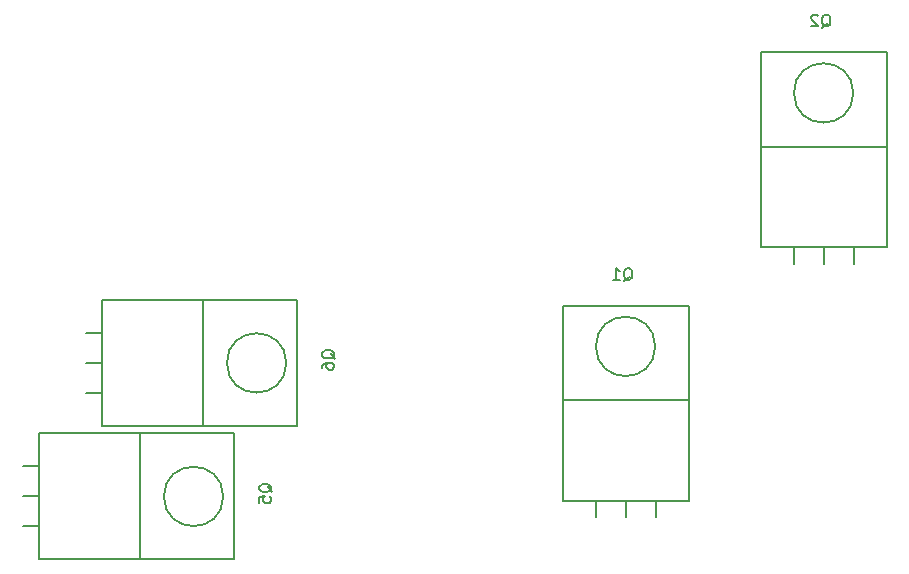
<source format=gbo>
G04 #@! TF.FileFunction,Legend,Bot*
%FSLAX46Y46*%
G04 Gerber Fmt 4.6, Leading zero omitted, Abs format (unit mm)*
G04 Created by KiCad (PCBNEW 4.0.1-stable) date 9/22/2016 9:46:07 AM*
%MOMM*%
G01*
G04 APERTURE LIST*
%ADD10C,0.150000*%
G04 APERTURE END LIST*
D10*
X40386000Y-75184000D02*
X38989000Y-75184000D01*
X40386000Y-72644000D02*
X38989000Y-72644000D01*
X40386000Y-70104000D02*
X38989000Y-70104000D01*
X55981472Y-72644000D02*
G75*
G03X55981472Y-72644000I-2514472J0D01*
G01*
X48895000Y-67310000D02*
X56896000Y-67310000D01*
X56896000Y-67310000D02*
X56896000Y-77978000D01*
X56896000Y-77978000D02*
X48895000Y-77978000D01*
X40386000Y-67310000D02*
X48895000Y-67310000D01*
X48895000Y-67310000D02*
X48895000Y-77978000D01*
X48895000Y-77978000D02*
X40386000Y-77978000D01*
X40386000Y-72644000D02*
X40386000Y-77978000D01*
X40386000Y-72644000D02*
X40386000Y-67310000D01*
X35052000Y-86487000D02*
X33655000Y-86487000D01*
X35052000Y-83947000D02*
X33655000Y-83947000D01*
X35052000Y-81407000D02*
X33655000Y-81407000D01*
X50647472Y-83947000D02*
G75*
G03X50647472Y-83947000I-2514472J0D01*
G01*
X43561000Y-78613000D02*
X51562000Y-78613000D01*
X51562000Y-78613000D02*
X51562000Y-89281000D01*
X51562000Y-89281000D02*
X43561000Y-89281000D01*
X35052000Y-78613000D02*
X43561000Y-78613000D01*
X43561000Y-78613000D02*
X43561000Y-89281000D01*
X43561000Y-89281000D02*
X35052000Y-89281000D01*
X35052000Y-83947000D02*
X35052000Y-89281000D01*
X35052000Y-83947000D02*
X35052000Y-78613000D01*
X87249000Y-84328000D02*
X87249000Y-85725000D01*
X84709000Y-84328000D02*
X84709000Y-85725000D01*
X82169000Y-84328000D02*
X82169000Y-85725000D01*
X87223472Y-71247000D02*
G75*
G03X87223472Y-71247000I-2514472J0D01*
G01*
X79375000Y-75819000D02*
X79375000Y-67818000D01*
X79375000Y-67818000D02*
X90043000Y-67818000D01*
X90043000Y-67818000D02*
X90043000Y-75819000D01*
X79375000Y-84328000D02*
X79375000Y-75819000D01*
X79375000Y-75819000D02*
X90043000Y-75819000D01*
X90043000Y-75819000D02*
X90043000Y-84328000D01*
X84709000Y-84328000D02*
X90043000Y-84328000D01*
X84709000Y-84328000D02*
X79375000Y-84328000D01*
X104013000Y-62865000D02*
X104013000Y-64262000D01*
X101473000Y-62865000D02*
X101473000Y-64262000D01*
X98933000Y-62865000D02*
X98933000Y-64262000D01*
X103987472Y-49784000D02*
G75*
G03X103987472Y-49784000I-2514472J0D01*
G01*
X96139000Y-54356000D02*
X96139000Y-46355000D01*
X96139000Y-46355000D02*
X106807000Y-46355000D01*
X106807000Y-46355000D02*
X106807000Y-54356000D01*
X96139000Y-62865000D02*
X96139000Y-54356000D01*
X96139000Y-54356000D02*
X106807000Y-54356000D01*
X106807000Y-54356000D02*
X106807000Y-62865000D01*
X101473000Y-62865000D02*
X106807000Y-62865000D01*
X101473000Y-62865000D02*
X96139000Y-62865000D01*
X60100459Y-72299842D02*
X60052840Y-72204604D01*
X59957602Y-72109366D01*
X59814745Y-71966509D01*
X59767126Y-71871270D01*
X59767126Y-71776032D01*
X60005221Y-71823651D02*
X59957602Y-71728413D01*
X59862364Y-71633175D01*
X59671888Y-71585556D01*
X59338554Y-71585556D01*
X59148078Y-71633175D01*
X59052840Y-71728413D01*
X59005221Y-71823651D01*
X59005221Y-72014128D01*
X59052840Y-72109366D01*
X59148078Y-72204604D01*
X59338554Y-72252223D01*
X59671888Y-72252223D01*
X59862364Y-72204604D01*
X59957602Y-72109366D01*
X60005221Y-72014128D01*
X60005221Y-71823651D01*
X59005221Y-73109366D02*
X59005221Y-72918889D01*
X59052840Y-72823651D01*
X59100459Y-72776032D01*
X59243316Y-72680794D01*
X59433792Y-72633175D01*
X59814745Y-72633175D01*
X59909983Y-72680794D01*
X59957602Y-72728413D01*
X60005221Y-72823651D01*
X60005221Y-73014128D01*
X59957602Y-73109366D01*
X59909983Y-73156985D01*
X59814745Y-73204604D01*
X59576650Y-73204604D01*
X59481411Y-73156985D01*
X59433792Y-73109366D01*
X59386173Y-73014128D01*
X59386173Y-72823651D01*
X59433792Y-72728413D01*
X59481411Y-72680794D01*
X59576650Y-72633175D01*
X54766459Y-83602842D02*
X54718840Y-83507604D01*
X54623602Y-83412366D01*
X54480745Y-83269509D01*
X54433126Y-83174270D01*
X54433126Y-83079032D01*
X54671221Y-83126651D02*
X54623602Y-83031413D01*
X54528364Y-82936175D01*
X54337888Y-82888556D01*
X54004554Y-82888556D01*
X53814078Y-82936175D01*
X53718840Y-83031413D01*
X53671221Y-83126651D01*
X53671221Y-83317128D01*
X53718840Y-83412366D01*
X53814078Y-83507604D01*
X54004554Y-83555223D01*
X54337888Y-83555223D01*
X54528364Y-83507604D01*
X54623602Y-83412366D01*
X54671221Y-83317128D01*
X54671221Y-83126651D01*
X53671221Y-84459985D02*
X53671221Y-83983794D01*
X54147411Y-83936175D01*
X54099792Y-83983794D01*
X54052173Y-84079032D01*
X54052173Y-84317128D01*
X54099792Y-84412366D01*
X54147411Y-84459985D01*
X54242650Y-84507604D01*
X54480745Y-84507604D01*
X54575983Y-84459985D01*
X54623602Y-84412366D01*
X54671221Y-84317128D01*
X54671221Y-84079032D01*
X54623602Y-83983794D01*
X54575983Y-83936175D01*
X84555318Y-65708779D02*
X84650556Y-65661160D01*
X84745794Y-65565922D01*
X84888651Y-65423065D01*
X84983890Y-65375446D01*
X85079128Y-65375446D01*
X85031509Y-65613541D02*
X85126747Y-65565922D01*
X85221985Y-65470684D01*
X85269604Y-65280208D01*
X85269604Y-64946874D01*
X85221985Y-64756398D01*
X85126747Y-64661160D01*
X85031509Y-64613541D01*
X84841032Y-64613541D01*
X84745794Y-64661160D01*
X84650556Y-64756398D01*
X84602937Y-64946874D01*
X84602937Y-65280208D01*
X84650556Y-65470684D01*
X84745794Y-65565922D01*
X84841032Y-65613541D01*
X85031509Y-65613541D01*
X83650556Y-65613541D02*
X84221985Y-65613541D01*
X83936271Y-65613541D02*
X83936271Y-64613541D01*
X84031509Y-64756398D01*
X84126747Y-64851636D01*
X84221985Y-64899255D01*
X101319318Y-44245779D02*
X101414556Y-44198160D01*
X101509794Y-44102922D01*
X101652651Y-43960065D01*
X101747890Y-43912446D01*
X101843128Y-43912446D01*
X101795509Y-44150541D02*
X101890747Y-44102922D01*
X101985985Y-44007684D01*
X102033604Y-43817208D01*
X102033604Y-43483874D01*
X101985985Y-43293398D01*
X101890747Y-43198160D01*
X101795509Y-43150541D01*
X101605032Y-43150541D01*
X101509794Y-43198160D01*
X101414556Y-43293398D01*
X101366937Y-43483874D01*
X101366937Y-43817208D01*
X101414556Y-44007684D01*
X101509794Y-44102922D01*
X101605032Y-44150541D01*
X101795509Y-44150541D01*
X100985985Y-43245779D02*
X100938366Y-43198160D01*
X100843128Y-43150541D01*
X100605032Y-43150541D01*
X100509794Y-43198160D01*
X100462175Y-43245779D01*
X100414556Y-43341017D01*
X100414556Y-43436255D01*
X100462175Y-43579112D01*
X101033604Y-44150541D01*
X100414556Y-44150541D01*
M02*

</source>
